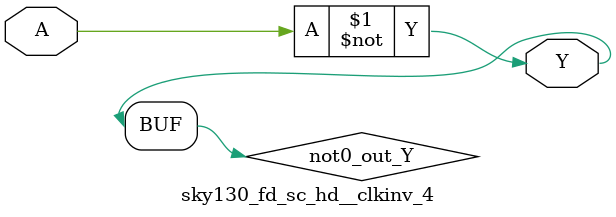
<source format=v>
/*
 * Copyright 2020 The SkyWater PDK Authors
 *
 * Licensed under the Apache License, Version 2.0 (the "License");
 * you may not use this file except in compliance with the License.
 * You may obtain a copy of the License at
 *
 *     https://www.apache.org/licenses/LICENSE-2.0
 *
 * Unless required by applicable law or agreed to in writing, software
 * distributed under the License is distributed on an "AS IS" BASIS,
 * WITHOUT WARRANTIES OR CONDITIONS OF ANY KIND, either express or implied.
 * See the License for the specific language governing permissions and
 * limitations under the License.
 *
 * SPDX-License-Identifier: Apache-2.0
*/


`ifndef SKY130_FD_SC_HD__CLKINV_4_FUNCTIONAL_V
`define SKY130_FD_SC_HD__CLKINV_4_FUNCTIONAL_V

/**
 * clkinv: Clock tree inverter.
 *
 * Verilog simulation functional model.
 */

`timescale 1ns / 1ps
`default_nettype none

`celldefine
module sky130_fd_sc_hd__clkinv_4 (
    Y,
    A
);

    // Module ports
    output Y;
    input  A;

    // Local signals
    wire not0_out_Y;

    //  Name  Output      Other arguments
    not not0 (not0_out_Y, A              );
    buf buf0 (Y         , not0_out_Y     );

endmodule
`endcelldefine

`default_nettype wire
`endif  // SKY130_FD_SC_HD__CLKINV_4_FUNCTIONAL_V

</source>
